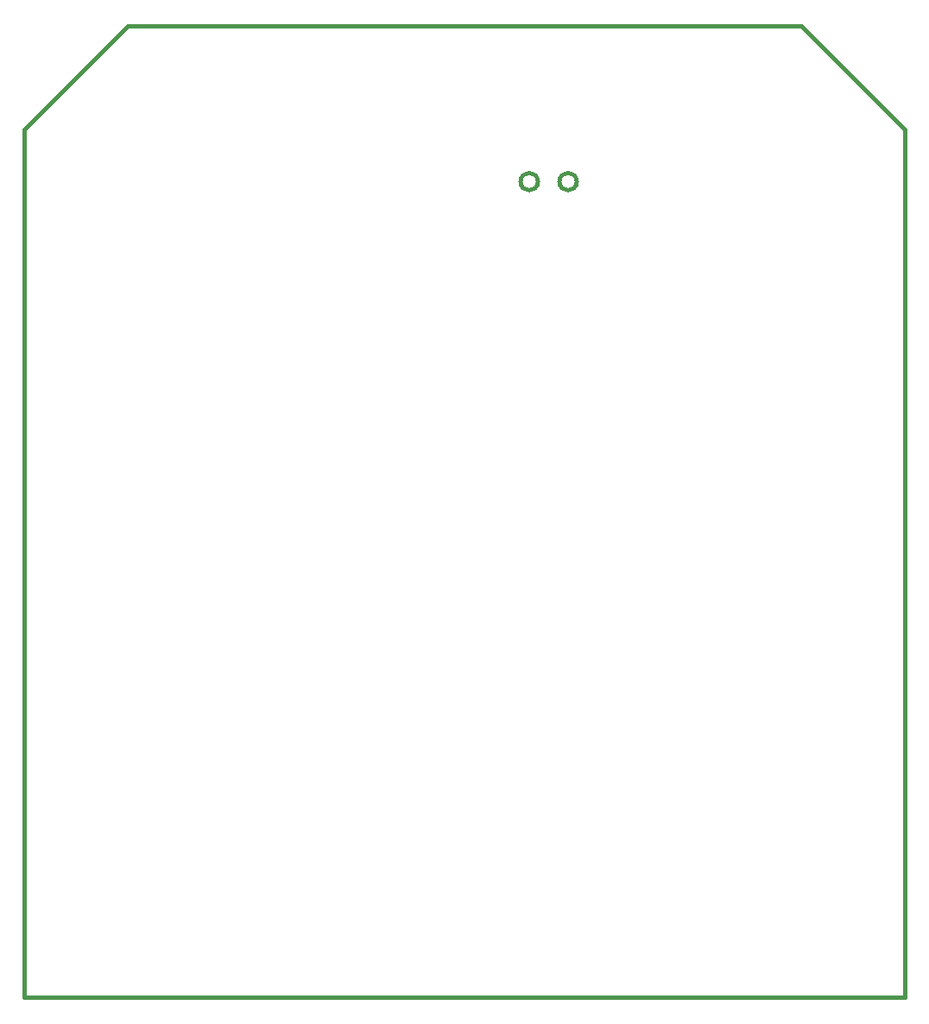
<source format=gbr>
G04 #@! TF.GenerationSoftware,KiCad,Pcbnew,5.1.6-c6e7f7d~87~ubuntu19.10.1*
G04 #@! TF.CreationDate,2021-07-04T13:23:00+06:00*
G04 #@! TF.ProjectId,fishtaur_r1a,66697368-7461-4757-925f-7231612e6b69,1A*
G04 #@! TF.SameCoordinates,Original*
G04 #@! TF.FileFunction,Profile,NP*
%FSLAX46Y46*%
G04 Gerber Fmt 4.6, Leading zero omitted, Abs format (unit mm)*
G04 Created by KiCad (PCBNEW 5.1.6-c6e7f7d~87~ubuntu19.10.1) date 2021-07-04 13:23:00*
%MOMM*%
%LPD*%
G01*
G04 APERTURE LIST*
G04 #@! TA.AperFunction,Profile*
%ADD10C,0.400000*%
G04 #@! TD*
G04 APERTURE END LIST*
D10*
X138430000Y-92710000D02*
X148590000Y-102870000D01*
X62230000Y-102870000D02*
X72390000Y-92710000D01*
X148590000Y-102870000D02*
X148590000Y-187960000D01*
X62230000Y-102870000D02*
X62230000Y-187960000D01*
X116420000Y-107950000D02*
G75*
G03*
X116420000Y-107950000I-850000J0D01*
G01*
X112610000Y-107950000D02*
G75*
G03*
X112610000Y-107950000I-850000J0D01*
G01*
X62230000Y-187960000D02*
X148590000Y-187960000D01*
X72390000Y-92710000D02*
X138430000Y-92710000D01*
M02*

</source>
